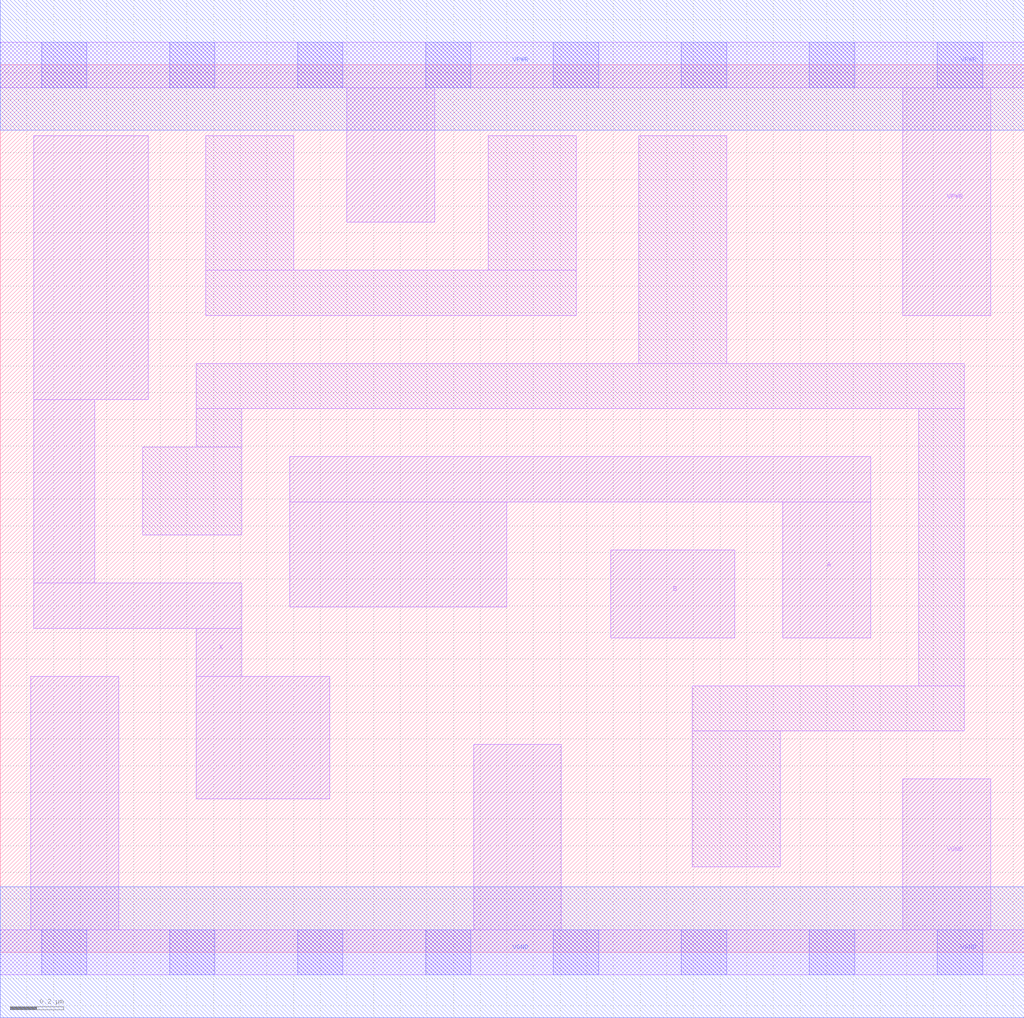
<source format=lef>
# Copyright 2020 The SkyWater PDK Authors
#
# Licensed under the Apache License, Version 2.0 (the "License");
# you may not use this file except in compliance with the License.
# You may obtain a copy of the License at
#
#     https://www.apache.org/licenses/LICENSE-2.0
#
# Unless required by applicable law or agreed to in writing, software
# distributed under the License is distributed on an "AS IS" BASIS,
# WITHOUT WARRANTIES OR CONDITIONS OF ANY KIND, either express or implied.
# See the License for the specific language governing permissions and
# limitations under the License.
#
# SPDX-License-Identifier: Apache-2.0

VERSION 5.7 ;
  NAMESCASESENSITIVE ON ;
  NOWIREEXTENSIONATPIN ON ;
  DIVIDERCHAR "/" ;
  BUSBITCHARS "[]" ;
UNITS
  DATABASE MICRONS 200 ;
END UNITS
MACRO sky130_fd_sc_lp__xor2_lp
  CLASS CORE ;
  SOURCE USER ;
  FOREIGN sky130_fd_sc_lp__xor2_lp ;
  ORIGIN  0.000000  0.000000 ;
  SIZE  3.840000 BY  3.330000 ;
  SYMMETRY X Y R90 ;
  SITE unit ;
  PIN A
    ANTENNAGATEAREA  0.689000 ;
    DIRECTION INPUT ;
    USE SIGNAL ;
    PORT
      LAYER li1 ;
        RECT 1.085000 1.295000 1.900000 1.690000 ;
        RECT 1.085000 1.690000 3.265000 1.860000 ;
        RECT 2.935000 1.180000 3.265000 1.690000 ;
    END
  END A
  PIN B
    ANTENNAGATEAREA  0.689000 ;
    DIRECTION INPUT ;
    USE SIGNAL ;
    PORT
      LAYER li1 ;
        RECT 2.290000 1.180000 2.755000 1.510000 ;
    END
  END B
  PIN X
    ANTENNADIFFAREA  0.417600 ;
    DIRECTION OUTPUT ;
    USE SIGNAL ;
    PORT
      LAYER li1 ;
        RECT 0.125000 1.215000 0.905000 1.385000 ;
        RECT 0.125000 1.385000 0.355000 2.075000 ;
        RECT 0.125000 2.075000 0.555000 3.065000 ;
        RECT 0.735000 0.575000 1.235000 1.035000 ;
        RECT 0.735000 1.035000 0.905000 1.215000 ;
    END
  END X
  PIN VGND
    DIRECTION INOUT ;
    USE GROUND ;
    PORT
      LAYER li1 ;
        RECT 0.000000 -0.085000 3.840000 0.085000 ;
        RECT 0.115000  0.085000 0.445000 1.035000 ;
        RECT 1.775000  0.085000 2.105000 0.780000 ;
        RECT 3.385000  0.085000 3.715000 0.650000 ;
      LAYER mcon ;
        RECT 0.155000 -0.085000 0.325000 0.085000 ;
        RECT 0.635000 -0.085000 0.805000 0.085000 ;
        RECT 1.115000 -0.085000 1.285000 0.085000 ;
        RECT 1.595000 -0.085000 1.765000 0.085000 ;
        RECT 2.075000 -0.085000 2.245000 0.085000 ;
        RECT 2.555000 -0.085000 2.725000 0.085000 ;
        RECT 3.035000 -0.085000 3.205000 0.085000 ;
        RECT 3.515000 -0.085000 3.685000 0.085000 ;
      LAYER met1 ;
        RECT 0.000000 -0.245000 3.840000 0.245000 ;
    END
  END VGND
  PIN VPWR
    DIRECTION INOUT ;
    USE POWER ;
    PORT
      LAYER li1 ;
        RECT 0.000000 3.245000 3.840000 3.415000 ;
        RECT 1.300000 2.740000 1.630000 3.245000 ;
        RECT 3.385000 2.390000 3.715000 3.245000 ;
      LAYER mcon ;
        RECT 0.155000 3.245000 0.325000 3.415000 ;
        RECT 0.635000 3.245000 0.805000 3.415000 ;
        RECT 1.115000 3.245000 1.285000 3.415000 ;
        RECT 1.595000 3.245000 1.765000 3.415000 ;
        RECT 2.075000 3.245000 2.245000 3.415000 ;
        RECT 2.555000 3.245000 2.725000 3.415000 ;
        RECT 3.035000 3.245000 3.205000 3.415000 ;
        RECT 3.515000 3.245000 3.685000 3.415000 ;
      LAYER met1 ;
        RECT 0.000000 3.085000 3.840000 3.575000 ;
    END
  END VPWR
  OBS
    LAYER li1 ;
      RECT 0.535000 1.565000 0.905000 1.895000 ;
      RECT 0.735000 1.895000 0.905000 2.040000 ;
      RECT 0.735000 2.040000 3.615000 2.210000 ;
      RECT 0.770000 2.390000 2.160000 2.560000 ;
      RECT 0.770000 2.560000 1.100000 3.065000 ;
      RECT 1.830000 2.560000 2.160000 3.065000 ;
      RECT 2.395000 2.210000 2.725000 3.065000 ;
      RECT 2.595000 0.320000 2.925000 0.830000 ;
      RECT 2.595000 0.830000 3.615000 1.000000 ;
      RECT 3.445000 1.000000 3.615000 2.040000 ;
  END
END sky130_fd_sc_lp__xor2_lp

</source>
